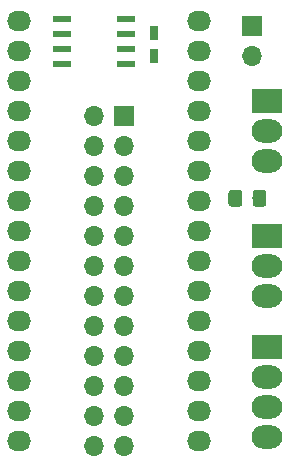
<source format=gbr>
G04 #@! TF.GenerationSoftware,KiCad,Pcbnew,(5.1.4-0-10_14)*
G04 #@! TF.CreationDate,2019-11-14T12:21:28+01:00*
G04 #@! TF.ProjectId,NANO IO,4e414e4f-2049-44f2-9e6b-696361645f70,-*
G04 #@! TF.SameCoordinates,Original*
G04 #@! TF.FileFunction,Soldermask,Top*
G04 #@! TF.FilePolarity,Negative*
%FSLAX46Y46*%
G04 Gerber Fmt 4.6, Leading zero omitted, Abs format (unit mm)*
G04 Created by KiCad (PCBNEW (5.1.4-0-10_14)) date 2019-11-14 12:21:28*
%MOMM*%
%LPD*%
G04 APERTURE LIST*
%ADD10O,1.700000X1.700000*%
%ADD11R,1.700000X1.700000*%
%ADD12R,2.600000X2.000000*%
%ADD13O,2.600000X2.000000*%
%ADD14O,2.032000X1.727200*%
%ADD15R,0.750000X1.200000*%
%ADD16R,1.550000X0.600000*%
%ADD17C,0.100000*%
%ADD18C,1.150000*%
G04 APERTURE END LIST*
D10*
X149860000Y-75565000D03*
D11*
X149860000Y-73025000D03*
D12*
X151104600Y-100203000D03*
D13*
X151104600Y-102743000D03*
X151104600Y-105283000D03*
X151104600Y-107823000D03*
D14*
X130124200Y-72593200D03*
X130124200Y-75133200D03*
X130124200Y-77673200D03*
X130124200Y-80213200D03*
X130124200Y-82753200D03*
X130124200Y-85293200D03*
X130124200Y-87833200D03*
X130124200Y-90373200D03*
X130124200Y-92913200D03*
X130124200Y-95453200D03*
X130124200Y-97993200D03*
X130124200Y-100533200D03*
X130124200Y-103073200D03*
X130124200Y-105613200D03*
X130124200Y-108153200D03*
X145364200Y-72593200D03*
X145364200Y-75133200D03*
X145364200Y-77673200D03*
X145364200Y-80213200D03*
X145364200Y-82753200D03*
X145364200Y-85293200D03*
X145364200Y-87833200D03*
X145364200Y-90373200D03*
X145364200Y-92913200D03*
X145364200Y-95453200D03*
X145364200Y-97993200D03*
X145364200Y-100533200D03*
X145364200Y-103073200D03*
X145364200Y-105613200D03*
X145364200Y-108153200D03*
D15*
X141605000Y-73660000D03*
X141605000Y-75560000D03*
D16*
X133799600Y-72415400D03*
X133799600Y-73685400D03*
X133799600Y-74955400D03*
X133799600Y-76225400D03*
X139199600Y-76225400D03*
X139199600Y-74955400D03*
X139199600Y-73685400D03*
X139199600Y-72415400D03*
D12*
X151130000Y-90805000D03*
D13*
X151130000Y-93345000D03*
X151130000Y-95885000D03*
D12*
X151130000Y-79375000D03*
D13*
X151130000Y-81915000D03*
X151130000Y-84455000D03*
D17*
G36*
X148794505Y-86931204D02*
G01*
X148818773Y-86934804D01*
X148842572Y-86940765D01*
X148865671Y-86949030D01*
X148887850Y-86959520D01*
X148908893Y-86972132D01*
X148928599Y-86986747D01*
X148946777Y-87003223D01*
X148963253Y-87021401D01*
X148977868Y-87041107D01*
X148990480Y-87062150D01*
X149000970Y-87084329D01*
X149009235Y-87107428D01*
X149015196Y-87131227D01*
X149018796Y-87155495D01*
X149020000Y-87179999D01*
X149020000Y-88080001D01*
X149018796Y-88104505D01*
X149015196Y-88128773D01*
X149009235Y-88152572D01*
X149000970Y-88175671D01*
X148990480Y-88197850D01*
X148977868Y-88218893D01*
X148963253Y-88238599D01*
X148946777Y-88256777D01*
X148928599Y-88273253D01*
X148908893Y-88287868D01*
X148887850Y-88300480D01*
X148865671Y-88310970D01*
X148842572Y-88319235D01*
X148818773Y-88325196D01*
X148794505Y-88328796D01*
X148770001Y-88330000D01*
X148119999Y-88330000D01*
X148095495Y-88328796D01*
X148071227Y-88325196D01*
X148047428Y-88319235D01*
X148024329Y-88310970D01*
X148002150Y-88300480D01*
X147981107Y-88287868D01*
X147961401Y-88273253D01*
X147943223Y-88256777D01*
X147926747Y-88238599D01*
X147912132Y-88218893D01*
X147899520Y-88197850D01*
X147889030Y-88175671D01*
X147880765Y-88152572D01*
X147874804Y-88128773D01*
X147871204Y-88104505D01*
X147870000Y-88080001D01*
X147870000Y-87179999D01*
X147871204Y-87155495D01*
X147874804Y-87131227D01*
X147880765Y-87107428D01*
X147889030Y-87084329D01*
X147899520Y-87062150D01*
X147912132Y-87041107D01*
X147926747Y-87021401D01*
X147943223Y-87003223D01*
X147961401Y-86986747D01*
X147981107Y-86972132D01*
X148002150Y-86959520D01*
X148024329Y-86949030D01*
X148047428Y-86940765D01*
X148071227Y-86934804D01*
X148095495Y-86931204D01*
X148119999Y-86930000D01*
X148770001Y-86930000D01*
X148794505Y-86931204D01*
X148794505Y-86931204D01*
G37*
D18*
X148445000Y-87630000D03*
D17*
G36*
X150844505Y-86931204D02*
G01*
X150868773Y-86934804D01*
X150892572Y-86940765D01*
X150915671Y-86949030D01*
X150937850Y-86959520D01*
X150958893Y-86972132D01*
X150978599Y-86986747D01*
X150996777Y-87003223D01*
X151013253Y-87021401D01*
X151027868Y-87041107D01*
X151040480Y-87062150D01*
X151050970Y-87084329D01*
X151059235Y-87107428D01*
X151065196Y-87131227D01*
X151068796Y-87155495D01*
X151070000Y-87179999D01*
X151070000Y-88080001D01*
X151068796Y-88104505D01*
X151065196Y-88128773D01*
X151059235Y-88152572D01*
X151050970Y-88175671D01*
X151040480Y-88197850D01*
X151027868Y-88218893D01*
X151013253Y-88238599D01*
X150996777Y-88256777D01*
X150978599Y-88273253D01*
X150958893Y-88287868D01*
X150937850Y-88300480D01*
X150915671Y-88310970D01*
X150892572Y-88319235D01*
X150868773Y-88325196D01*
X150844505Y-88328796D01*
X150820001Y-88330000D01*
X150169999Y-88330000D01*
X150145495Y-88328796D01*
X150121227Y-88325196D01*
X150097428Y-88319235D01*
X150074329Y-88310970D01*
X150052150Y-88300480D01*
X150031107Y-88287868D01*
X150011401Y-88273253D01*
X149993223Y-88256777D01*
X149976747Y-88238599D01*
X149962132Y-88218893D01*
X149949520Y-88197850D01*
X149939030Y-88175671D01*
X149930765Y-88152572D01*
X149924804Y-88128773D01*
X149921204Y-88104505D01*
X149920000Y-88080001D01*
X149920000Y-87179999D01*
X149921204Y-87155495D01*
X149924804Y-87131227D01*
X149930765Y-87107428D01*
X149939030Y-87084329D01*
X149949520Y-87062150D01*
X149962132Y-87041107D01*
X149976747Y-87021401D01*
X149993223Y-87003223D01*
X150011401Y-86986747D01*
X150031107Y-86972132D01*
X150052150Y-86959520D01*
X150074329Y-86949030D01*
X150097428Y-86940765D01*
X150121227Y-86934804D01*
X150145495Y-86931204D01*
X150169999Y-86930000D01*
X150820001Y-86930000D01*
X150844505Y-86931204D01*
X150844505Y-86931204D01*
G37*
D18*
X150495000Y-87630000D03*
D11*
X139065000Y-80645000D03*
D10*
X136525000Y-80645000D03*
X139065000Y-83185000D03*
X136525000Y-83185000D03*
X139065000Y-85725000D03*
X136525000Y-85725000D03*
X139065000Y-88265000D03*
X136525000Y-88265000D03*
X139065000Y-90805000D03*
X136525000Y-90805000D03*
X139065000Y-93345000D03*
X136525000Y-93345000D03*
X139065000Y-95885000D03*
X136525000Y-95885000D03*
X139065000Y-98425000D03*
X136525000Y-98425000D03*
X139065000Y-100965000D03*
X136525000Y-100965000D03*
X139065000Y-103505000D03*
X136525000Y-103505000D03*
X139065000Y-106045000D03*
X136525000Y-106045000D03*
X139065000Y-108585000D03*
X136525000Y-108585000D03*
M02*

</source>
